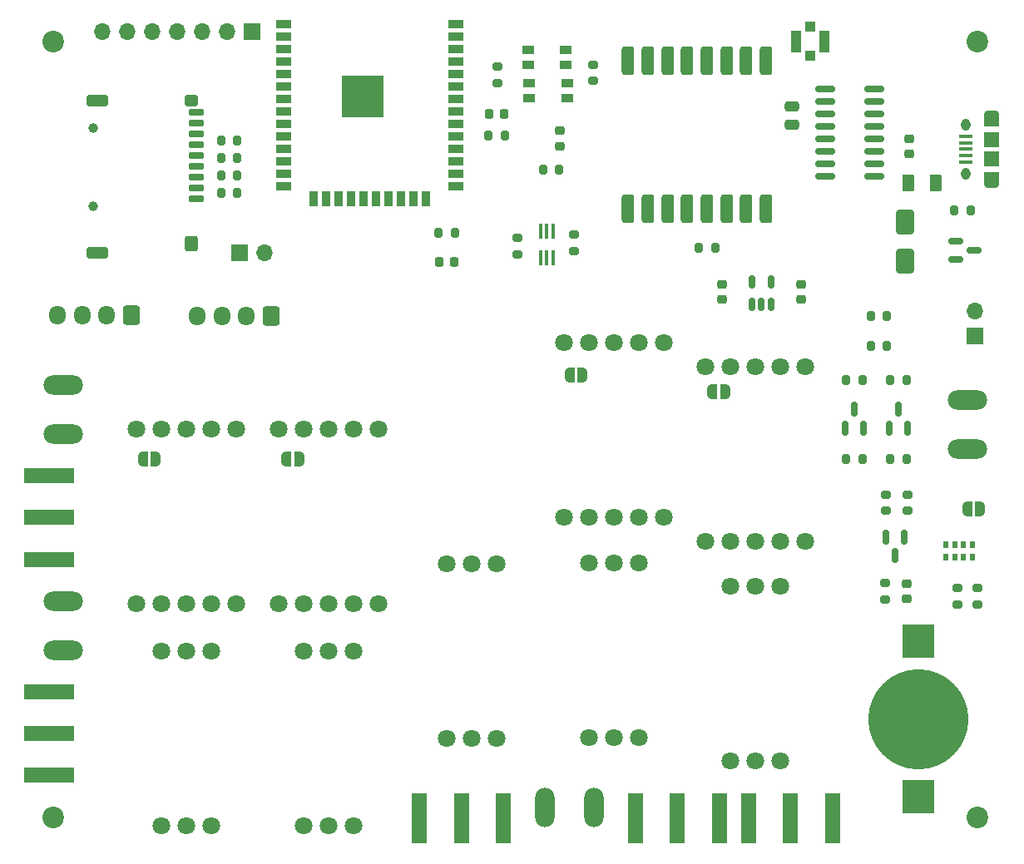
<source format=gts>
G04 #@! TF.GenerationSoftware,KiCad,Pcbnew,7.0.0-da2b9df05c~171~ubuntu20.04.1*
G04 #@! TF.CreationDate,2023-05-09T13:21:18-04:00*
G04 #@! TF.ProjectId,Phecda_V4,50686563-6461-45f5-9634-2e6b69636164,rev?*
G04 #@! TF.SameCoordinates,Original*
G04 #@! TF.FileFunction,Soldermask,Top*
G04 #@! TF.FilePolarity,Negative*
%FSLAX46Y46*%
G04 Gerber Fmt 4.6, Leading zero omitted, Abs format (unit mm)*
G04 Created by KiCad (PCBNEW 7.0.0-da2b9df05c~171~ubuntu20.04.1) date 2023-05-09 13:21:18*
%MOMM*%
%LPD*%
G01*
G04 APERTURE LIST*
G04 Aperture macros list*
%AMRoundRect*
0 Rectangle with rounded corners*
0 $1 Rounding radius*
0 $2 $3 $4 $5 $6 $7 $8 $9 X,Y pos of 4 corners*
0 Add a 4 corners polygon primitive as box body*
4,1,4,$2,$3,$4,$5,$6,$7,$8,$9,$2,$3,0*
0 Add four circle primitives for the rounded corners*
1,1,$1+$1,$2,$3*
1,1,$1+$1,$4,$5*
1,1,$1+$1,$6,$7*
1,1,$1+$1,$8,$9*
0 Add four rect primitives between the rounded corners*
20,1,$1+$1,$2,$3,$4,$5,0*
20,1,$1+$1,$4,$5,$6,$7,0*
20,1,$1+$1,$6,$7,$8,$9,0*
20,1,$1+$1,$8,$9,$2,$3,0*%
%AMFreePoly0*
4,1,19,0.500000,-0.750000,0.000000,-0.750000,0.000000,-0.744911,-0.071157,-0.744911,-0.207708,-0.704816,-0.327430,-0.627875,-0.420627,-0.520320,-0.479746,-0.390866,-0.500000,-0.250000,-0.500000,0.250000,-0.479746,0.390866,-0.420627,0.520320,-0.327430,0.627875,-0.207708,0.704816,-0.071157,0.744911,0.000000,0.744911,0.000000,0.750000,0.500000,0.750000,0.500000,-0.750000,0.500000,-0.750000,
$1*%
%AMFreePoly1*
4,1,19,0.000000,0.744911,0.071157,0.744911,0.207708,0.704816,0.327430,0.627875,0.420627,0.520320,0.479746,0.390866,0.500000,0.250000,0.500000,-0.250000,0.479746,-0.390866,0.420627,-0.520320,0.327430,-0.627875,0.207708,-0.704816,0.071157,-0.744911,0.000000,-0.744911,0.000000,-0.750000,-0.500000,-0.750000,-0.500000,0.750000,0.000000,0.750000,0.000000,0.744911,0.000000,0.744911,
$1*%
G04 Aperture macros list end*
%ADD10RoundRect,0.150000X0.150000X-0.587500X0.150000X0.587500X-0.150000X0.587500X-0.150000X-0.587500X0*%
%ADD11R,1.700000X1.700000*%
%ADD12O,1.700000X1.700000*%
%ADD13FreePoly0,0.000000*%
%ADD14FreePoly1,0.000000*%
%ADD15C,2.200000*%
%ADD16RoundRect,0.150000X-0.587500X-0.150000X0.587500X-0.150000X0.587500X0.150000X-0.587500X0.150000X0*%
%ADD17RoundRect,0.200000X0.275000X-0.200000X0.275000X0.200000X-0.275000X0.200000X-0.275000X-0.200000X0*%
%ADD18R,0.400000X1.500000*%
%ADD19R,3.300000X3.500000*%
%ADD20C,10.200000*%
%ADD21RoundRect,0.200000X0.200000X0.275000X-0.200000X0.275000X-0.200000X-0.275000X0.200000X-0.275000X0*%
%ADD22R,1.500000X5.080000*%
%ADD23RoundRect,0.200000X-0.200000X-0.275000X0.200000X-0.275000X0.200000X0.275000X-0.200000X0.275000X0*%
%ADD24RoundRect,0.200000X-0.275000X0.200000X-0.275000X-0.200000X0.275000X-0.200000X0.275000X0.200000X0*%
%ADD25R,5.080000X1.500000*%
%ADD26RoundRect,0.250000X0.600000X0.725000X-0.600000X0.725000X-0.600000X-0.725000X0.600000X-0.725000X0*%
%ADD27O,1.700000X1.950000*%
%ADD28RoundRect,0.225000X-0.250000X0.225000X-0.250000X-0.225000X0.250000X-0.225000X0.250000X0.225000X0*%
%ADD29RoundRect,0.150000X0.150000X-0.512500X0.150000X0.512500X-0.150000X0.512500X-0.150000X-0.512500X0*%
%ADD30RoundRect,0.225000X0.250000X-0.225000X0.250000X0.225000X-0.250000X0.225000X-0.250000X-0.225000X0*%
%ADD31C,1.800000*%
%ADD32R,1.350000X0.400000*%
%ADD33O,1.550000X0.890000*%
%ADD34R,1.550000X1.200000*%
%ADD35O,0.950000X1.250000*%
%ADD36R,1.550000X1.500000*%
%ADD37RoundRect,0.250000X0.375000X0.625000X-0.375000X0.625000X-0.375000X-0.625000X0.375000X-0.625000X0*%
%ADD38RoundRect,0.218750X-0.218750X-0.256250X0.218750X-0.256250X0.218750X0.256250X-0.218750X0.256250X0*%
%ADD39RoundRect,0.250000X0.650000X-1.000000X0.650000X1.000000X-0.650000X1.000000X-0.650000X-1.000000X0*%
%ADD40R,1.250000X0.900000*%
%ADD41R,0.500000X0.800000*%
%ADD42RoundRect,0.150000X0.825000X0.150000X-0.825000X0.150000X-0.825000X-0.150000X0.825000X-0.150000X0*%
%ADD43RoundRect,0.150000X-0.150000X0.587500X-0.150000X-0.587500X0.150000X-0.587500X0.150000X0.587500X0*%
%ADD44RoundRect,0.225000X-0.225000X-0.250000X0.225000X-0.250000X0.225000X0.250000X-0.225000X0.250000X0*%
%ADD45R,1.500000X0.900000*%
%ADD46R,0.900000X1.500000*%
%ADD47C,0.600000*%
%ADD48R,4.200000X4.200000*%
%ADD49O,4.000000X2.000000*%
%ADD50R,1.000000X1.000000*%
%ADD51R,1.050000X2.200000*%
%ADD52RoundRect,0.250000X0.475000X-0.250000X0.475000X0.250000X-0.475000X0.250000X-0.475000X-0.250000X0*%
%ADD53O,2.000000X4.000000*%
%ADD54C,1.000000*%
%ADD55RoundRect,0.175000X0.625000X-0.175000X0.625000X0.175000X-0.625000X0.175000X-0.625000X-0.175000X0*%
%ADD56RoundRect,0.300000X0.400000X-0.300000X0.400000X0.300000X-0.400000X0.300000X-0.400000X-0.300000X0*%
%ADD57RoundRect,0.300000X0.800000X-0.300000X0.800000X0.300000X-0.800000X0.300000X-0.800000X-0.300000X0*%
%ADD58RoundRect,0.350000X0.350000X-0.450000X0.350000X0.450000X-0.350000X0.450000X-0.350000X-0.450000X0*%
%ADD59RoundRect,0.317500X0.317500X-1.157500X0.317500X1.157500X-0.317500X1.157500X-0.317500X-1.157500X0*%
G04 APERTURE END LIST*
D10*
X129050000Y-81375000D03*
X130950000Y-81375000D03*
X130000000Y-79500000D03*
D11*
X62894999Y-63569999D03*
D12*
X65434999Y-63569999D03*
D13*
X53100000Y-84500000D03*
D14*
X54400000Y-84500000D03*
D15*
X44000000Y-42000000D03*
D13*
X67700000Y-84500000D03*
D14*
X69000000Y-84500000D03*
D16*
X135825000Y-62350000D03*
X135825000Y-64250000D03*
X137700000Y-63300000D03*
D15*
X138000000Y-42000000D03*
D17*
X136000000Y-99325000D03*
X136000000Y-97675000D03*
D18*
X94849999Y-61369999D03*
X94199999Y-61369999D03*
X93549999Y-61369999D03*
X93549999Y-64029999D03*
X94199999Y-64029999D03*
X94849999Y-64029999D03*
D19*
X131999999Y-118899999D03*
X131999999Y-103099999D03*
D20*
X132000000Y-111000000D03*
D21*
X62695000Y-55643332D03*
X61045000Y-55643332D03*
D22*
X85499999Y-121137499D03*
X89749999Y-121137499D03*
X81249999Y-121137499D03*
D23*
X124675000Y-84500000D03*
X126325000Y-84500000D03*
D24*
X130900000Y-88175000D03*
X130900000Y-89825000D03*
D25*
X43562499Y-112499999D03*
X43562499Y-116749999D03*
X43562499Y-108249999D03*
D26*
X66140000Y-69980000D03*
D27*
X63639999Y-69979999D03*
X61139999Y-69979999D03*
X58639999Y-69979999D03*
D28*
X131100000Y-51925000D03*
X131100000Y-53475000D03*
D29*
X115100000Y-68775000D03*
X116050000Y-68775000D03*
X117000000Y-68775000D03*
X117000000Y-66500000D03*
X115100000Y-66500000D03*
D30*
X95500000Y-52667200D03*
X95500000Y-51117200D03*
D13*
X111050000Y-77700000D03*
D14*
X112350000Y-77700000D03*
D21*
X62695000Y-53866666D03*
X61045000Y-53866666D03*
X89925000Y-51600000D03*
X88275000Y-51600000D03*
D31*
X112900000Y-97500000D03*
X115440000Y-97500000D03*
X117980000Y-97500000D03*
X117980000Y-115280000D03*
X115440000Y-115280000D03*
X112900000Y-115280000D03*
D23*
X109675000Y-63000000D03*
X111325000Y-63000000D03*
X129175000Y-76500000D03*
X130825000Y-76500000D03*
D32*
X136799999Y-54299999D03*
X136799999Y-53649999D03*
X136799999Y-52999999D03*
X136799999Y-52349999D03*
X136799999Y-51699999D03*
D33*
X139499999Y-56499999D03*
D34*
X139499999Y-55899999D03*
D35*
X136799999Y-55499999D03*
D36*
X139499999Y-53999999D03*
X139499999Y-51999999D03*
D35*
X136799999Y-50499999D03*
D34*
X139499999Y-50099999D03*
D33*
X139499999Y-49499999D03*
D37*
X133800000Y-56400000D03*
X131000000Y-56400000D03*
D21*
X62695000Y-52090000D03*
X61045000Y-52090000D03*
D30*
X120050000Y-68275000D03*
X120050000Y-66725000D03*
D38*
X83212500Y-64500000D03*
X84787500Y-64500000D03*
D15*
X138000000Y-121000000D03*
D31*
X66900000Y-81520000D03*
X69440000Y-81520000D03*
X71980000Y-81520000D03*
X74520000Y-81520000D03*
X77060000Y-81520000D03*
X77060000Y-99300000D03*
X74520000Y-99300000D03*
X71980000Y-99300000D03*
X69440000Y-99300000D03*
X66900000Y-99300000D03*
D24*
X128600000Y-97175000D03*
X128600000Y-98825000D03*
D31*
X54960000Y-104110000D03*
X57500000Y-104110000D03*
X60040000Y-104110000D03*
X60040000Y-121890000D03*
X57500000Y-121890000D03*
X54960000Y-121890000D03*
D23*
X129175000Y-84500000D03*
X130825000Y-84500000D03*
D31*
X52420000Y-81500000D03*
X54960000Y-81500000D03*
X57500000Y-81500000D03*
X60040000Y-81500000D03*
X62580000Y-81500000D03*
X62580000Y-99280000D03*
X60040000Y-99280000D03*
X57500000Y-99280000D03*
X54960000Y-99280000D03*
X52420000Y-99280000D03*
D39*
X130700000Y-64400000D03*
X130700000Y-60400000D03*
D28*
X130800000Y-97225000D03*
X130800000Y-98775000D03*
D17*
X96980000Y-63365000D03*
X96980000Y-61715000D03*
D40*
X92299999Y-44399999D03*
X96149999Y-44399999D03*
X92299999Y-42899999D03*
X96149999Y-42899999D03*
D41*
X134799999Y-94499999D03*
X135699999Y-94499999D03*
X136599999Y-94499999D03*
X137499999Y-94499999D03*
X137499999Y-93299999D03*
X136599999Y-93299999D03*
X135699999Y-93299999D03*
X134799999Y-93299999D03*
D40*
X92399999Y-47799999D03*
X96249999Y-47799999D03*
X92399999Y-46299999D03*
X96249999Y-46299999D03*
D31*
X95920000Y-72720000D03*
X98460000Y-72720000D03*
X101000000Y-72720000D03*
X103540000Y-72720000D03*
X106080000Y-72720000D03*
X106080000Y-90500000D03*
X103540000Y-90500000D03*
X101000000Y-90500000D03*
X98460000Y-90500000D03*
X95920000Y-90500000D03*
D42*
X127500000Y-55750000D03*
X127500000Y-54480000D03*
X127500000Y-53210000D03*
X127500000Y-51940000D03*
X127500000Y-50670000D03*
X127500000Y-49400000D03*
X127500000Y-48130000D03*
X127500000Y-46860000D03*
X122550000Y-46860000D03*
X122550000Y-48130000D03*
X122550000Y-49400000D03*
X122550000Y-50670000D03*
X122550000Y-51940000D03*
X122550000Y-53210000D03*
X122550000Y-54480000D03*
X122550000Y-55750000D03*
D31*
X69460000Y-104110000D03*
X72000000Y-104110000D03*
X74540000Y-104110000D03*
X74540000Y-121890000D03*
X72000000Y-121890000D03*
X69460000Y-121890000D03*
D10*
X124550000Y-81375000D03*
X126450000Y-81375000D03*
X125500000Y-79500000D03*
D23*
X135675000Y-59200000D03*
X137325000Y-59200000D03*
D11*
X64199999Y-40999999D03*
D12*
X61659999Y-40999999D03*
X59119999Y-40999999D03*
X56579999Y-40999999D03*
X54039999Y-40999999D03*
X51499999Y-40999999D03*
X48959999Y-40999999D03*
D13*
X96500000Y-76000000D03*
D14*
X97800000Y-76000000D03*
D17*
X98900000Y-46050000D03*
X98900000Y-44400000D03*
X91200000Y-63695000D03*
X91200000Y-62045000D03*
D21*
X126325000Y-76500000D03*
X124675000Y-76500000D03*
D43*
X130587500Y-92462500D03*
X128687500Y-92462500D03*
X129637500Y-94337500D03*
D44*
X88325000Y-49400000D03*
X89875000Y-49400000D03*
D45*
X67404999Y-40299999D03*
X67404999Y-41569999D03*
X67404999Y-42839999D03*
X67404999Y-44109999D03*
X67404999Y-45379999D03*
X67404999Y-46649999D03*
X67404999Y-47919999D03*
X67404999Y-49189999D03*
X67404999Y-50459999D03*
X67404999Y-51729999D03*
X67404999Y-52999999D03*
X67404999Y-54269999D03*
X67404999Y-55539999D03*
X67404999Y-56809999D03*
D46*
X70444999Y-58059999D03*
X71714999Y-58059999D03*
X72984999Y-58059999D03*
X74254999Y-58059999D03*
X75524999Y-58059999D03*
X76794999Y-58059999D03*
X78064999Y-58059999D03*
X79334999Y-58059999D03*
X80604999Y-58059999D03*
X81874999Y-58059999D03*
D45*
X84904999Y-56809999D03*
X84904999Y-55539999D03*
X84904999Y-54269999D03*
X84904999Y-52999999D03*
X84904999Y-51729999D03*
X84904999Y-50459999D03*
X84904999Y-49189999D03*
X84904999Y-47919999D03*
X84904999Y-46649999D03*
X84904999Y-45379999D03*
X84904999Y-44109999D03*
X84904999Y-42839999D03*
X84904999Y-41569999D03*
X84904999Y-40299999D03*
D47*
X73950000Y-46877500D03*
X73950000Y-48402500D03*
X74712500Y-46115000D03*
X74712500Y-47640000D03*
X74712500Y-49165000D03*
X75475000Y-46877500D03*
D48*
X75474999Y-47639999D03*
D47*
X75475000Y-48402500D03*
X76237500Y-46115000D03*
X76237500Y-47640000D03*
X76237500Y-49165000D03*
X77000000Y-46877500D03*
X77000000Y-48402500D03*
D31*
X98460000Y-95110000D03*
X101000000Y-95110000D03*
X103540000Y-95110000D03*
X103540000Y-112890000D03*
X101000000Y-112890000D03*
X98460000Y-112890000D03*
D49*
X44999999Y-103999999D03*
X44999999Y-98999999D03*
D22*
X118999999Y-121137499D03*
X123249999Y-121137499D03*
X114749999Y-121137499D03*
D28*
X112050000Y-66725000D03*
X112050000Y-68275000D03*
D25*
X43562499Y-90499999D03*
X43562499Y-94749999D03*
X43562499Y-86249999D03*
D50*
X120999999Y-43499999D03*
D51*
X119524999Y-41999999D03*
D50*
X120999999Y-40499999D03*
D51*
X122474999Y-41999999D03*
D23*
X83175000Y-61500000D03*
X84825000Y-61500000D03*
X127175000Y-70000000D03*
X128825000Y-70000000D03*
D17*
X89200000Y-46250000D03*
X89200000Y-44600000D03*
D31*
X110340000Y-75120000D03*
X112880000Y-75120000D03*
X115420000Y-75120000D03*
X117960000Y-75120000D03*
X120500000Y-75120000D03*
X120500000Y-92900000D03*
X117960000Y-92900000D03*
X115420000Y-92900000D03*
X112880000Y-92900000D03*
X110340000Y-92900000D03*
D23*
X93825000Y-55050000D03*
X95475000Y-55050000D03*
D52*
X119150000Y-50520000D03*
X119150000Y-48620000D03*
D49*
X44999999Y-81999999D03*
X44999999Y-76999999D03*
D21*
X62695000Y-57420000D03*
X61045000Y-57420000D03*
D53*
X98999999Y-119999999D03*
X93999999Y-119999999D03*
D31*
X84000000Y-95220000D03*
X86540000Y-95220000D03*
X89080000Y-95220000D03*
X89080000Y-113000000D03*
X86540000Y-113000000D03*
X84000000Y-113000000D03*
D15*
X44000000Y-121000000D03*
D26*
X51920000Y-69860000D03*
D27*
X49419999Y-69859999D03*
X46919999Y-69859999D03*
X44419999Y-69859999D03*
D54*
X48030000Y-50830000D03*
X48030000Y-58810000D03*
D55*
X58530000Y-58010000D03*
X58530000Y-56910000D03*
X58530000Y-55810000D03*
X58530000Y-54710000D03*
X58530000Y-53610000D03*
X58530000Y-52510000D03*
X58530000Y-51410000D03*
X58530000Y-50310000D03*
X58530000Y-49210000D03*
D56*
X58030000Y-48010000D03*
D57*
X48430000Y-48010000D03*
D58*
X58030000Y-62610000D03*
D57*
X48430000Y-63510000D03*
D22*
X107499999Y-121137499D03*
X111749999Y-121137499D03*
X103249999Y-121137499D03*
D59*
X102500000Y-59025000D03*
X104500000Y-59025000D03*
X106500000Y-59025000D03*
X108500000Y-59025000D03*
X110500000Y-59025000D03*
X112500000Y-59025000D03*
X114500000Y-59025000D03*
X116500000Y-59025000D03*
X116500000Y-43975000D03*
X114500000Y-43975000D03*
X112500000Y-43975000D03*
X110500000Y-43975000D03*
X108500000Y-43975000D03*
X106500000Y-43975000D03*
X104500000Y-43975000D03*
X102500000Y-43975000D03*
D11*
X137799999Y-72039999D03*
D12*
X137799999Y-69499999D03*
D13*
X137000000Y-89600000D03*
D14*
X138300000Y-89600000D03*
D17*
X138000000Y-99325000D03*
X138000000Y-97675000D03*
D49*
X136999999Y-78499999D03*
X136999999Y-83499999D03*
D24*
X128700000Y-88175000D03*
X128700000Y-89825000D03*
D21*
X128825000Y-73000000D03*
X127175000Y-73000000D03*
M02*

</source>
